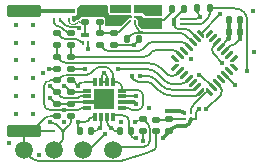
<source format=gbr>
%TF.GenerationSoftware,KiCad,Pcbnew,7.0.1*%
%TF.CreationDate,2024-01-06T01:51:29+00:00*%
%TF.ProjectId,rfid_module,72666964-5f6d-46f6-9475-6c652e6b6963,rev?*%
%TF.SameCoordinates,Original*%
%TF.FileFunction,Copper,L1,Top*%
%TF.FilePolarity,Positive*%
%FSLAX46Y46*%
G04 Gerber Fmt 4.6, Leading zero omitted, Abs format (unit mm)*
G04 Created by KiCad (PCBNEW 7.0.1) date 2024-01-06 01:51:29*
%MOMM*%
%LPD*%
G01*
G04 APERTURE LIST*
G04 Aperture macros list*
%AMRoundRect*
0 Rectangle with rounded corners*
0 $1 Rounding radius*
0 $2 $3 $4 $5 $6 $7 $8 $9 X,Y pos of 4 corners*
0 Add a 4 corners polygon primitive as box body*
4,1,4,$2,$3,$4,$5,$6,$7,$8,$9,$2,$3,0*
0 Add four circle primitives for the rounded corners*
1,1,$1+$1,$2,$3*
1,1,$1+$1,$4,$5*
1,1,$1+$1,$6,$7*
1,1,$1+$1,$8,$9*
0 Add four rect primitives between the rounded corners*
20,1,$1+$1,$2,$3,$4,$5,0*
20,1,$1+$1,$4,$5,$6,$7,0*
20,1,$1+$1,$6,$7,$8,$9,0*
20,1,$1+$1,$8,$9,$2,$3,0*%
%AMFreePoly0*
4,1,14,0.230680,0.111820,0.364320,-0.021821,0.377500,-0.053642,0.377500,-0.080000,0.364320,-0.111820,0.332500,-0.125000,-0.332500,-0.125000,-0.364320,-0.111820,-0.377500,-0.080000,-0.377500,0.080000,-0.364320,0.111820,-0.332500,0.125000,0.198860,0.125000,0.230680,0.111820,0.230680,0.111820,$1*%
%AMFreePoly1*
4,1,14,0.364320,0.111820,0.377500,0.080000,0.377501,0.053640,0.364318,0.021819,0.230680,-0.111820,0.198860,-0.125000,-0.332500,-0.125000,-0.364320,-0.111820,-0.377500,-0.080000,-0.377500,0.080000,-0.364320,0.111820,-0.332500,0.125000,0.332500,0.125000,0.364320,0.111820,0.364320,0.111820,$1*%
%AMFreePoly2*
4,1,15,0.053642,0.377500,0.080000,0.377500,0.111820,0.364320,0.125000,0.332500,0.125000,-0.332500,0.111820,-0.364320,0.080000,-0.377500,-0.080000,-0.377500,-0.111820,-0.364320,-0.125000,-0.332500,-0.125000,0.198860,-0.111820,0.230680,0.021820,0.364320,0.053640,0.377501,0.053642,0.377500,0.053642,0.377500,$1*%
%AMFreePoly3*
4,1,14,-0.021820,0.364320,0.111820,0.230679,0.125000,0.198858,0.125000,-0.332500,0.111820,-0.364320,0.080000,-0.377500,-0.080000,-0.377500,-0.111820,-0.364320,-0.125000,-0.332500,-0.125000,0.332500,-0.111820,0.364320,-0.080000,0.377500,-0.053640,0.377500,-0.021820,0.364320,-0.021820,0.364320,$1*%
%AMFreePoly4*
4,1,14,0.364320,0.111820,0.377500,0.080000,0.377500,-0.080000,0.364320,-0.111820,0.332500,-0.125000,-0.198860,-0.125001,-0.230680,-0.111818,-0.364320,0.021820,-0.377500,0.053640,-0.377500,0.080000,-0.364320,0.111820,-0.332500,0.125000,0.332500,0.125000,0.364320,0.111820,0.364320,0.111820,$1*%
%AMFreePoly5*
4,1,15,-0.198858,0.125000,0.332500,0.125000,0.364320,0.111820,0.377500,0.080000,0.377500,-0.080000,0.364320,-0.111820,0.332500,-0.125000,-0.332500,-0.125000,-0.364320,-0.111820,-0.377500,-0.080000,-0.377500,-0.053640,-0.364321,-0.021819,-0.230680,0.111820,-0.198860,0.125001,-0.198858,0.125000,-0.198858,0.125000,$1*%
%AMFreePoly6*
4,1,14,0.111820,0.364320,0.125000,0.332500,0.125001,-0.198860,0.111818,-0.230680,-0.021820,-0.364320,-0.053640,-0.377500,-0.080000,-0.377500,-0.111820,-0.364320,-0.125000,-0.332500,-0.125000,0.332500,-0.111820,0.364320,-0.080000,0.377500,0.080000,0.377500,0.111820,0.364320,0.111820,0.364320,$1*%
%AMFreePoly7*
4,1,14,0.111820,0.364320,0.125000,0.332500,0.125000,-0.332500,0.111820,-0.364320,0.080000,-0.377500,0.053640,-0.377501,0.021819,-0.364318,-0.111820,-0.230680,-0.125000,-0.198860,-0.125000,0.332500,-0.111820,0.364320,-0.080000,0.377500,0.080000,0.377500,0.111820,0.364320,0.111820,0.364320,$1*%
G04 Aperture macros list end*
%TA.AperFunction,SMDPad,CuDef*%
%ADD10RoundRect,0.135000X0.185000X-0.135000X0.185000X0.135000X-0.185000X0.135000X-0.185000X-0.135000X0*%
%TD*%
%TA.AperFunction,SMDPad,CuDef*%
%ADD11RoundRect,0.062500X-0.062500X-0.137500X0.062500X-0.137500X0.062500X0.137500X-0.062500X0.137500X0*%
%TD*%
%TA.AperFunction,SMDPad,CuDef*%
%ADD12RoundRect,0.100000X-0.250000X0.100000X-0.250000X-0.100000X0.250000X-0.100000X0.250000X0.100000X0*%
%TD*%
%TA.AperFunction,SMDPad,CuDef*%
%ADD13C,1.500000*%
%TD*%
%TA.AperFunction,SMDPad,CuDef*%
%ADD14RoundRect,0.140000X0.170000X-0.140000X0.170000X0.140000X-0.170000X0.140000X-0.170000X-0.140000X0*%
%TD*%
%TA.AperFunction,SMDPad,CuDef*%
%ADD15RoundRect,0.062500X0.137500X-0.062500X0.137500X0.062500X-0.137500X0.062500X-0.137500X-0.062500X0*%
%TD*%
%TA.AperFunction,SMDPad,CuDef*%
%ADD16RoundRect,0.100000X-0.100000X-0.250000X0.100000X-0.250000X0.100000X0.250000X-0.100000X0.250000X0*%
%TD*%
%TA.AperFunction,SMDPad,CuDef*%
%ADD17RoundRect,0.140000X0.140000X0.170000X-0.140000X0.170000X-0.140000X-0.170000X0.140000X-0.170000X0*%
%TD*%
%TA.AperFunction,SMDPad,CuDef*%
%ADD18RoundRect,0.135000X-0.185000X0.135000X-0.185000X-0.135000X0.185000X-0.135000X0.185000X0.135000X0*%
%TD*%
%TA.AperFunction,SMDPad,CuDef*%
%ADD19RoundRect,0.062500X-0.117500X-0.062500X0.117500X-0.062500X0.117500X0.062500X-0.117500X0.062500X0*%
%TD*%
%TA.AperFunction,SMDPad,CuDef*%
%ADD20C,0.250000*%
%TD*%
%TA.AperFunction,SMDPad,CuDef*%
%ADD21R,0.800000X0.600000*%
%TD*%
%TA.AperFunction,SMDPad,CuDef*%
%ADD22C,0.298000*%
%TD*%
%TA.AperFunction,SMDPad,CuDef*%
%ADD23RoundRect,0.135000X0.135000X0.185000X-0.135000X0.185000X-0.135000X-0.185000X0.135000X-0.185000X0*%
%TD*%
%TA.AperFunction,SMDPad,CuDef*%
%ADD24RoundRect,0.135000X-0.135000X-0.185000X0.135000X-0.185000X0.135000X0.185000X-0.135000X0.185000X0*%
%TD*%
%TA.AperFunction,SMDPad,CuDef*%
%ADD25RoundRect,0.100000X-1.300000X0.400000X-1.300000X-0.400000X1.300000X-0.400000X1.300000X0.400000X0*%
%TD*%
%TA.AperFunction,SMDPad,CuDef*%
%ADD26FreePoly0,225.000000*%
%TD*%
%TA.AperFunction,SMDPad,CuDef*%
%ADD27RoundRect,0.062500X0.220971X0.309359X-0.309359X-0.220971X-0.220971X-0.309359X0.309359X0.220971X0*%
%TD*%
%TA.AperFunction,SMDPad,CuDef*%
%ADD28FreePoly1,225.000000*%
%TD*%
%TA.AperFunction,SMDPad,CuDef*%
%ADD29FreePoly2,225.000000*%
%TD*%
%TA.AperFunction,SMDPad,CuDef*%
%ADD30RoundRect,0.062500X-0.220971X0.309359X-0.309359X0.220971X0.220971X-0.309359X0.309359X-0.220971X0*%
%TD*%
%TA.AperFunction,SMDPad,CuDef*%
%ADD31FreePoly3,225.000000*%
%TD*%
%TA.AperFunction,SMDPad,CuDef*%
%ADD32FreePoly4,225.000000*%
%TD*%
%TA.AperFunction,SMDPad,CuDef*%
%ADD33FreePoly5,225.000000*%
%TD*%
%TA.AperFunction,SMDPad,CuDef*%
%ADD34FreePoly6,225.000000*%
%TD*%
%TA.AperFunction,SMDPad,CuDef*%
%ADD35FreePoly7,225.000000*%
%TD*%
%TA.AperFunction,SMDPad,CuDef*%
%ADD36R,0.800000X0.300000*%
%TD*%
%TA.AperFunction,SMDPad,CuDef*%
%ADD37R,0.300000X0.800000*%
%TD*%
%TA.AperFunction,SMDPad,CuDef*%
%ADD38R,1.760000X1.760000*%
%TD*%
%TA.AperFunction,SMDPad,CuDef*%
%ADD39RoundRect,0.140000X-0.140000X-0.170000X0.140000X-0.170000X0.140000X0.170000X-0.140000X0.170000X0*%
%TD*%
%TA.AperFunction,ViaPad*%
%ADD40C,0.400000*%
%TD*%
%TA.AperFunction,Conductor*%
%ADD41C,0.150000*%
%TD*%
%TA.AperFunction,Conductor*%
%ADD42C,0.300000*%
%TD*%
%TA.AperFunction,Conductor*%
%ADD43C,0.090000*%
%TD*%
G04 APERTURE END LIST*
D10*
%TO.P,R209,1*%
%TO.N,/RFID/AMP1_NEG*%
X100200000Y-63210000D03*
%TO.P,R209,2*%
%TO.N,/RFID/AMP1_OUT*%
X100200000Y-62190000D03*
%TD*%
%TO.P,R204,1*%
%TO.N,/RFID/GATE*%
X101400000Y-57210000D03*
%TO.P,R204,2*%
%TO.N,/Boost Converter/VRF*%
X101400000Y-56190000D03*
%TD*%
D11*
%TO.P,Q203,1,G*%
%TO.N,/RFID/OUTN_G*%
X98775000Y-57050000D03*
%TO.P,Q203,2,S*%
%TO.N,GND*%
X99225000Y-57050000D03*
D12*
%TO.P,Q203,3,D*%
%TO.N,/RFID/OUT_SHIFT*%
X99000000Y-56350000D03*
%TD*%
D13*
%TO.P,TP203,1,1*%
%TO.N,/RFID/RF_IN*%
X103700000Y-68100000D03*
%TD*%
D14*
%TO.P,C205,1*%
%TO.N,/RFID/RF*%
X99000000Y-65180000D03*
%TO.P,C205,2*%
%TO.N,GND*%
X99000000Y-64220000D03*
%TD*%
D15*
%TO.P,Q401,1,G*%
%TO.N,IOREF*%
X109600000Y-57450000D03*
%TO.P,Q401,2,S*%
%TO.N,/Pogo Connector/LPUART1_RX_1V8*%
X109600000Y-57000000D03*
D16*
%TO.P,Q401,3,D*%
%TO.N,/Pogo Connector/LPUART1_RX*%
X108900000Y-57225000D03*
%TD*%
D17*
%TO.P,C208,1*%
%TO.N,/RFID/AMP2_OUT*%
X101880000Y-66500000D03*
%TO.P,C208,2*%
%TO.N,/RFID/AMP2_NEG*%
X100920000Y-66500000D03*
%TD*%
D10*
%TO.P,R206,1*%
%TO.N,/RFID/OUT*%
X99000000Y-59210000D03*
%TO.P,R206,2*%
%TO.N,/RFID/OUT_G*%
X99000000Y-58190000D03*
%TD*%
D18*
%TO.P,R503,1*%
%TO.N,/Boost Converter/FB*%
X102600000Y-58190000D03*
%TO.P,R503,2*%
%TO.N,/Boost Converter/FB_OFFSET*%
X102600000Y-59210000D03*
%TD*%
%TO.P,R223,1*%
%TO.N,/RFID/RF_IN*%
X106300000Y-65490000D03*
%TO.P,R223,2*%
%TO.N,GND*%
X106300000Y-66510000D03*
%TD*%
D19*
%TO.P,D201,1,K*%
%TO.N,/RFID/SIGNAL_ENVELOPE*%
X99520000Y-66500000D03*
%TO.P,D201,2,A*%
%TO.N,/RFID/RF*%
X98680000Y-66500000D03*
%TD*%
D12*
%TO.P,Q202,1,D*%
%TO.N,/RFID/OUT_SHIFT*%
X100200000Y-56350000D03*
D11*
%TO.P,Q202,2,G*%
%TO.N,/RFID/GATE*%
X99975000Y-57050000D03*
%TO.P,Q202,3,S*%
%TO.N,/Boost Converter/VRF*%
X100425000Y-57050000D03*
%TD*%
D10*
%TO.P,R202,1*%
%TO.N,/RFID/OUTN*%
X100200000Y-59210000D03*
%TO.P,R202,2*%
%TO.N,/RFID/OUTN_G*%
X100200000Y-58190000D03*
%TD*%
D13*
%TO.P,TP202,1,1*%
%TO.N,/RFID/SIGNAL_ENVELOPE*%
X98700000Y-68100000D03*
%TD*%
D20*
%TO.P,IC501,A1,LX*%
%TO.N,/Boost Converter/LX*%
X105600000Y-56400000D03*
%TO.P,IC501,A2,IN*%
%TO.N,+3V3*%
X105600000Y-56800000D03*
%TO.P,IC501,A3,EN*%
%TO.N,/Boost Converter/EN*%
X105600000Y-57200000D03*
%TO.P,IC501,B1,GND*%
%TO.N,GND*%
X105200000Y-56400000D03*
%TO.P,IC501,B2,OUT*%
%TO.N,/Boost Converter/VRF*%
X105200000Y-56800000D03*
%TO.P,IC501,B3,FB*%
%TO.N,/Boost Converter/FB*%
X105200000Y-57200000D03*
%TD*%
D21*
%TO.P,L501,1*%
%TO.N,+3V3*%
X107400000Y-57200000D03*
%TO.P,L501,2*%
%TO.N,/Boost Converter/LX*%
X107400000Y-56400000D03*
%TD*%
D10*
%TO.P,R205,1*%
%TO.N,/RFID/AMP1_IN*%
X99000000Y-63210000D03*
%TO.P,R205,2*%
%TO.N,+1V65*%
X99000000Y-62190000D03*
%TD*%
D14*
%TO.P,C502,1*%
%TO.N,/Boost Converter/VRF*%
X103800000Y-57180000D03*
%TO.P,C502,2*%
%TO.N,GND*%
X103800000Y-56220000D03*
%TD*%
D10*
%TO.P,R219,1*%
%TO.N,GND*%
X108500000Y-66510000D03*
%TO.P,R219,2*%
%TO.N,/RFID/CARRIER_RAW*%
X108500000Y-65490000D03*
%TD*%
D13*
%TO.P,TP201,1,1*%
%TO.N,/RFID/RF*%
X96200000Y-68100000D03*
%TD*%
D22*
%TO.P,IC202,A1,VCC*%
%TO.N,+3V3*%
X109800000Y-64950000D03*
%TO.P,IC202,A2,OUT*%
%TO.N,/RFID/CARRIER*%
X110300000Y-64950000D03*
%TO.P,IC202,A3,VEE*%
%TO.N,GND*%
X110800000Y-64950000D03*
%TO.P,IC202,B1,IN+*%
%TO.N,/RFID/CARRIER_RAW*%
X109800000Y-65450000D03*
%TO.P,IC202,B2,REF(VEE)*%
%TO.N,GND*%
X110300000Y-65450000D03*
%TO.P,IC202,B3,IN-*%
X110800000Y-65450000D03*
%TD*%
D23*
%TO.P,R402,1*%
%TO.N,IOREF*%
X111910000Y-56100000D03*
%TO.P,R402,2*%
%TO.N,/Pogo Connector/LPUART1_RX_1V8*%
X110890000Y-56100000D03*
%TD*%
D18*
%TO.P,R502,1*%
%TO.N,/Boost Converter/FB*%
X103800000Y-58190000D03*
%TO.P,R502,2*%
%TO.N,GND*%
X103800000Y-59210000D03*
%TD*%
D14*
%TO.P,C207,1*%
%TO.N,/RFID/SIGNAL_ENVELOPE*%
X100200000Y-65180000D03*
%TO.P,C207,2*%
%TO.N,GND*%
X100200000Y-64220000D03*
%TD*%
D18*
%TO.P,R501,1*%
%TO.N,/Boost Converter/VRF*%
X102600000Y-56190000D03*
%TO.P,R501,2*%
%TO.N,/Boost Converter/FB*%
X102600000Y-57210000D03*
%TD*%
D11*
%TO.P,Q201,1,G*%
%TO.N,/RFID/OUT_G*%
X101175000Y-59050000D03*
%TO.P,Q201,2,S*%
%TO.N,GND*%
X101625000Y-59050000D03*
D12*
%TO.P,Q201,3,D*%
%TO.N,/RFID/GATE*%
X101400000Y-58350000D03*
%TD*%
D24*
%TO.P,R504,1*%
%TO.N,/Boost Converter/EN*%
X104890000Y-58700000D03*
%TO.P,R504,2*%
%TO.N,GND*%
X105910000Y-58700000D03*
%TD*%
D25*
%TO.P,L201,1*%
%TO.N,/RFID/OUT_SHIFT*%
X96200000Y-56300000D03*
%TO.P,L201,2*%
%TO.N,/RFID/RF*%
X96200000Y-66500000D03*
%TD*%
D26*
%TO.P,U301,1,PC14*%
%TO.N,unconnected-(U301-PC14-Pad1)*%
X113973106Y-60348214D03*
D27*
%TO.P,U301,2,PC15*%
%TO.N,unconnected-(U301-PC15-Pad2)*%
X113577126Y-60037087D03*
%TO.P,U301,3,VDD*%
%TO.N,+3V3*%
X113223573Y-59683534D03*
%TO.P,U301,4,VSS*%
%TO.N,GND*%
X112870019Y-59329981D03*
%TO.P,U301,5,PF2*%
%TO.N,/Pogo Connector/NRST*%
X112516466Y-58976427D03*
%TO.P,U301,6,PA0*%
%TO.N,unconnected-(U301-PA0-Pad6)*%
X112162913Y-58622874D03*
D28*
%TO.P,U301,7,PA1*%
%TO.N,unconnected-(U301-PA1-Pad7)*%
X111851786Y-58226894D03*
D29*
%TO.P,U301,8,PA2*%
%TO.N,/Pogo Connector/LPUART1_TX*%
X111148214Y-58226894D03*
D30*
%TO.P,U301,9,PA3*%
%TO.N,/Pogo Connector/LPUART1_RX*%
X110837087Y-58622874D03*
%TO.P,U301,10,PA4*%
%TO.N,/Boost Converter/EN*%
X110483534Y-58976427D03*
%TO.P,U301,11,PA5*%
%TO.N,/Boost Converter/FB_OFFSET*%
X110129981Y-59329981D03*
%TO.P,U301,12,PA6*%
%TO.N,unconnected-(U301-PA6-Pad12)*%
X109776427Y-59683534D03*
%TO.P,U301,13,PA7*%
%TO.N,/RFID/OUTN*%
X109422874Y-60037087D03*
D31*
%TO.P,U301,14,PB0*%
%TO.N,unconnected-(U301-PB0-Pad14)*%
X109026894Y-60348214D03*
D32*
%TO.P,U301,15,PB1*%
%TO.N,unconnected-(U301-PB1-Pad15)*%
X109026894Y-61051786D03*
D27*
%TO.P,U301,16,PA8*%
%TO.N,/RFID/OUT*%
X109422874Y-61362913D03*
%TO.P,U301,17,PC6*%
%TO.N,unconnected-(U301-PC6-Pad17)*%
X109776427Y-61716466D03*
%TO.P,U301,18,PA11/PA9*%
%TO.N,/RFID/SHDN*%
X110129981Y-62070019D03*
%TO.P,U301,19,PA12/PA10*%
%TO.N,unconnected-(U301-PA12{slash}PA10-Pad19)*%
X110483534Y-62423573D03*
%TO.P,U301,20,PA13*%
%TO.N,/Pogo Connector/SWDIO*%
X110837087Y-62777126D03*
D33*
%TO.P,U301,21,PA14*%
%TO.N,/Pogo Connector/SWCLK*%
X111148214Y-63173106D03*
D34*
%TO.P,U301,22,PA15*%
%TO.N,/RFID/CARRIER*%
X111851786Y-63173106D03*
D30*
%TO.P,U301,23,PB3*%
%TO.N,/Pogo Connector/IRQN*%
X112162913Y-62777126D03*
%TO.P,U301,24,PB4*%
%TO.N,/RFID/RF_IN*%
X112516466Y-62423573D03*
%TO.P,U301,25,PB5*%
%TO.N,unconnected-(U301-PB5-Pad25)*%
X112870019Y-62070019D03*
%TO.P,U301,26,PB6*%
%TO.N,/RFID/PULL*%
X113223573Y-61716466D03*
%TO.P,U301,27,PB7*%
%TO.N,unconnected-(U301-PB7-Pad27)*%
X113577126Y-61362913D03*
D35*
%TO.P,U301,28,PB8*%
%TO.N,unconnected-(U301-PB8-Pad28)*%
X113973106Y-61051786D03*
%TD*%
D14*
%TO.P,C209,1*%
%TO.N,/RFID/RF*%
X107400000Y-66480000D03*
%TO.P,C209,2*%
%TO.N,/RFID/CARRIER_RAW*%
X107400000Y-65520000D03*
%TD*%
D10*
%TO.P,R201,1*%
%TO.N,GND*%
X100200000Y-61210000D03*
%TO.P,R201,2*%
%TO.N,/RFID/OUTN*%
X100200000Y-60190000D03*
%TD*%
D17*
%TO.P,C301,1*%
%TO.N,+3V3*%
X114480000Y-57100000D03*
%TO.P,C301,2*%
%TO.N,GND*%
X113520000Y-57100000D03*
%TD*%
D18*
%TO.P,R207,1*%
%TO.N,/RFID/OUT*%
X99000000Y-60190000D03*
%TO.P,R207,2*%
%TO.N,+3V3*%
X99000000Y-61210000D03*
%TD*%
D13*
%TO.P,TP101,1,1*%
%TO.N,GND*%
X101200000Y-68100000D03*
%TD*%
D24*
%TO.P,R401,1*%
%TO.N,+3V3*%
X108740000Y-56125000D03*
%TO.P,R401,2*%
%TO.N,/Pogo Connector/LPUART1_RX*%
X109760000Y-56125000D03*
%TD*%
D17*
%TO.P,C302,1*%
%TO.N,+3V3*%
X114480000Y-58100000D03*
%TO.P,C302,2*%
%TO.N,GND*%
X113520000Y-58100000D03*
%TD*%
D36*
%TO.P,IC201,1,IN1+*%
%TO.N,+1V65*%
X104500000Y-64550000D03*
%TO.P,IC201,2,V+*%
%TO.N,+3V3*%
X104500000Y-64050000D03*
%TO.P,IC201,3,IN2+*%
%TO.N,/RFID/1V65_UNREG*%
X104500000Y-63550000D03*
%TO.P,IC201,4,IN2-*%
%TO.N,+1V65*%
X104500000Y-63050000D03*
D37*
%TO.P,IC201,5,OUT2*%
X103750000Y-62300000D03*
%TO.P,IC201,6,~{SHDN12}*%
%TO.N,/RFID/SHDN*%
X103250000Y-62300000D03*
%TO.P,IC201,7,~{SHDN34}*%
X102750000Y-62300000D03*
%TO.P,IC201,8,OUT3*%
%TO.N,/RFID/AMP1_OUT*%
X102250000Y-62300000D03*
D36*
%TO.P,IC201,9,IN3-*%
%TO.N,/RFID/AMP1_NEG*%
X101500000Y-63050000D03*
%TO.P,IC201,10,IN3+*%
%TO.N,/RFID/AMP1_IN*%
X101500000Y-63550000D03*
%TO.P,IC201,11,V-*%
%TO.N,GND*%
X101500000Y-64050000D03*
%TO.P,IC201,12,IN4+*%
%TO.N,+1V65*%
X101500000Y-64550000D03*
D37*
%TO.P,IC201,13,IN4-*%
%TO.N,/RFID/AMP2_NEG*%
X102250000Y-65300000D03*
%TO.P,IC201,14,OUT4*%
%TO.N,/RFID/AMP2_OUT*%
X102750000Y-65300000D03*
%TO.P,IC201,15,OUT1*%
%TO.N,/RFID/AMP3_OUT*%
X103250000Y-65300000D03*
%TO.P,IC201,16,IN1-*%
%TO.N,/RFID/AMP3_NEG*%
X103750000Y-65300000D03*
D38*
%TO.P,IC201,17,EP*%
%TO.N,GND*%
X103000000Y-63800000D03*
%TD*%
D39*
%TO.P,C212,1*%
%TO.N,/RFID/AMP3_OUT*%
X104320000Y-66500000D03*
%TO.P,C212,2*%
%TO.N,/RFID/AMP3_NEG*%
X105280000Y-66500000D03*
%TD*%
D40*
%TO.N,GND*%
X111000000Y-64590000D03*
%TO.N,/RFID/RF_IN*%
X111625000Y-64625000D03*
%TO.N,GND*%
X108000000Y-67050000D03*
X113500000Y-58700000D03*
X95500000Y-63500000D03*
X97000000Y-57500000D03*
X115600000Y-56300000D03*
X104600000Y-56150000D03*
X97000000Y-60500000D03*
X97800000Y-61600000D03*
X97000000Y-65000000D03*
X99600000Y-65700000D03*
X94900000Y-67500000D03*
X95500000Y-57500000D03*
X95500000Y-59000000D03*
X98400000Y-63700000D03*
X106800000Y-64500000D03*
X105500000Y-59200000D03*
X115700000Y-59800000D03*
X104400000Y-65700000D03*
X97500000Y-68500000D03*
X101400000Y-61210000D03*
X95500000Y-65000000D03*
X95500000Y-60500000D03*
X97000000Y-62000000D03*
X106300000Y-67300000D03*
X103200000Y-63700000D03*
X101625000Y-59525000D03*
X97000000Y-63500000D03*
X103100000Y-66700000D03*
X95500000Y-62000000D03*
X97000000Y-59000000D03*
X110300000Y-60400000D03*
X100890000Y-57790000D03*
%TO.N,/RFID/AMP1_IN*%
X98400000Y-62700000D03*
%TO.N,+3V3*%
X98300000Y-61200000D03*
X114480000Y-58700000D03*
X106100000Y-57000000D03*
X108300000Y-64800000D03*
X105700000Y-64200000D03*
%TO.N,/RFID/1V65_UNREG*%
X105700000Y-63500000D03*
%TO.N,/RFID/SIGNAL_ENVELOPE*%
X98400000Y-65750000D03*
%TO.N,/RFID/AMP2_OUT*%
X102600000Y-66200000D03*
%TO.N,/RFID/AMP2_NEG*%
X100800000Y-65700000D03*
%TO.N,/RFID/AMP3_OUT*%
X103600000Y-66200000D03*
%TO.N,/RFID/AMP3_NEG*%
X105700000Y-67100000D03*
%TO.N,/RFID/RF_IN*%
X105600000Y-65700000D03*
%TO.N,+1V65*%
X99600000Y-64700000D03*
%TO.N,/RFID/SHDN*%
X103000000Y-61550000D03*
X104200000Y-61200000D03*
%TO.N,/RFID/AMP1_OUT*%
X100762250Y-62637750D03*
%TO.N,/RFID/AMP1_NEG*%
X99600000Y-62700000D03*
%TO.N,/Pogo Connector/SWDIO*%
X106000000Y-61800000D03*
%TO.N,/Pogo Connector/SWCLK*%
X105350000Y-61800000D03*
%TO.N,/Pogo Connector/LPUART1_TX*%
X112775108Y-56600000D03*
%TO.N,/RFID/PULL*%
X114102543Y-62595436D03*
%TO.N,/Pogo Connector/IRQN*%
X111000000Y-61700000D03*
%TO.N,/Pogo Connector/NRST*%
X113000000Y-60700000D03*
%TO.N,IOREF*%
X115100000Y-61400000D03*
%TO.N,/Pogo Connector/LPUART1_RX_1V8*%
X111100000Y-56800000D03*
%TD*%
D41*
%TO.N,GND*%
X110887886Y-64702150D02*
G75*
G03*
X110800000Y-64914264I212114J-212150D01*
G01*
D42*
%TO.N,+3V3*%
X109799980Y-64950020D02*
G75*
G03*
X109437821Y-64800000I-362180J-362180D01*
G01*
D41*
%TO.N,/RFID/CARRIER*%
X110592891Y-64207137D02*
G75*
G03*
X110300000Y-64914214I707009J-707063D01*
G01*
%TO.N,GND*%
X110887868Y-64702132D02*
X111000000Y-64590000D01*
X110800000Y-64950000D02*
X110800000Y-64914264D01*
%TO.N,/RFID/RF_IN*%
X112817892Y-62724999D02*
X112516466Y-62423573D01*
X112863013Y-63384471D02*
G75*
G03*
X112817892Y-62724999I-403513J303671D01*
G01*
X111625000Y-64622417D02*
X112862975Y-63384442D01*
X111625000Y-64625000D02*
X111625000Y-64622417D01*
%TO.N,/RFID/CARRIER*%
X111626894Y-63173106D02*
X111851786Y-63173106D01*
X110592877Y-64207123D02*
X111626894Y-63173106D01*
X110300000Y-64950000D02*
X110300000Y-64914214D01*
D42*
%TO.N,GND*%
X108500000Y-66550000D02*
X108000000Y-67050000D01*
X108500000Y-66510000D02*
X108500000Y-66550000D01*
X109167107Y-66050005D02*
G75*
G03*
X108813554Y-66196446I-7J-499995D01*
G01*
X109712139Y-66047861D02*
X109865545Y-66047861D01*
X109167107Y-66050000D02*
X109710000Y-66050000D01*
X108500000Y-66510000D02*
X108813554Y-66196446D01*
X109865540Y-66047827D02*
G75*
G03*
X110300000Y-65548329I-69940J499527D01*
G01*
X109710000Y-66050000D02*
X109712139Y-66047861D01*
X110300000Y-65548329D02*
X110300000Y-65450000D01*
D41*
X113520000Y-58680000D02*
X113500000Y-58700000D01*
D42*
X101500000Y-64050000D02*
X102750000Y-64050000D01*
D41*
X105900000Y-58800000D02*
X105500000Y-59200000D01*
X101500000Y-64050000D02*
X100370000Y-64050000D01*
X101625000Y-59525000D02*
X101625000Y-59050000D01*
X110800000Y-64950000D02*
X110800000Y-65450000D01*
X100900000Y-57770000D02*
X100830000Y-57700000D01*
X103100000Y-66700000D02*
X101846446Y-67953554D01*
X101492893Y-68100000D02*
X101200000Y-68100000D01*
X98400000Y-63700000D02*
X98920000Y-64220000D01*
D42*
X113520000Y-58100000D02*
X113520000Y-58680000D01*
D41*
X99000000Y-64220000D02*
X100200000Y-64220000D01*
X98920000Y-64220000D02*
X99000000Y-64220000D01*
X105500000Y-59200000D02*
X105490000Y-59210000D01*
X112870019Y-59329981D02*
X113500000Y-58700000D01*
X100830000Y-57700000D02*
X100183416Y-57700000D01*
D42*
X102750000Y-64050000D02*
X103000000Y-63800000D01*
D41*
X105490000Y-59210000D02*
X103800000Y-59210000D01*
X100370000Y-64050000D02*
X100200000Y-64220000D01*
X99656917Y-57481917D02*
X99225000Y-57050000D01*
X101400000Y-61210000D02*
X100200000Y-61210000D01*
D42*
X113520000Y-57100000D02*
X113520000Y-58100000D01*
D41*
X110300000Y-65450000D02*
X110800000Y-65450000D01*
X105900000Y-58700000D02*
X105900000Y-58800000D01*
X106300000Y-66510000D02*
X106300000Y-67300000D01*
X101492893Y-68099995D02*
G75*
G03*
X101846446Y-67953554I7J499995D01*
G01*
X99656905Y-57481929D02*
G75*
G03*
X100183416Y-57700000I526495J526529D01*
G01*
%TO.N,/RFID/AMP1_IN*%
X100957843Y-63550000D02*
X101500000Y-63550000D01*
X99000000Y-63210000D02*
X99343554Y-63553554D01*
X99000000Y-63210000D02*
X98910000Y-63210000D01*
X98910000Y-63210000D02*
X98400000Y-62700000D01*
X99697107Y-63700000D02*
X100642157Y-63700000D01*
X100783579Y-63641421D02*
X100816422Y-63608578D01*
X99343551Y-63553557D02*
G75*
G03*
X99697107Y-63700000I353549J353557D01*
G01*
X100957843Y-63550031D02*
G75*
G03*
X100816423Y-63608579I-43J-199969D01*
G01*
X100642157Y-63699969D02*
G75*
G03*
X100783578Y-63641420I43J199969D01*
G01*
%TO.N,+3V3*%
X107692893Y-57200000D02*
X107400000Y-57200000D01*
X114480000Y-58700000D02*
X114067868Y-59112132D01*
X108740000Y-56360000D02*
X108046446Y-57053554D01*
X98310000Y-61210000D02*
X98300000Y-61200000D01*
X113619239Y-59287868D02*
X113223573Y-59683534D01*
D42*
X114480000Y-57100000D02*
X114480000Y-58100000D01*
X114480000Y-58700000D02*
X114480000Y-58100000D01*
D41*
X99000000Y-61210000D02*
X98310000Y-61210000D01*
D42*
X104500000Y-64050000D02*
X105550000Y-64050000D01*
X109437821Y-64800000D02*
X108300000Y-64800000D01*
D41*
X113855736Y-59200000D02*
X113831371Y-59200000D01*
D42*
X105550000Y-64050000D02*
X105700000Y-64200000D01*
D41*
X108740000Y-56125000D02*
X108740000Y-56360000D01*
X113855736Y-59200025D02*
G75*
G03*
X114067868Y-59112132I-36J300025D01*
G01*
X107692893Y-57199995D02*
G75*
G03*
X108046446Y-57053554I7J499995D01*
G01*
X113831371Y-59199980D02*
G75*
G03*
X113619239Y-59287868I29J-300020D01*
G01*
%TO.N,/RFID/1V65_UNREG*%
X105650000Y-63550000D02*
X104500000Y-63550000D01*
X105700000Y-63500000D02*
X105650000Y-63550000D01*
%TO.N,/RFID/RF*%
X96832172Y-68732172D02*
X96200000Y-68100000D01*
X106590970Y-68307899D02*
X106252345Y-68440376D01*
X107207770Y-68046237D02*
X106926737Y-68168959D01*
X107312132Y-67971152D02*
X107299845Y-67983439D01*
X104384935Y-69025065D02*
X97539279Y-69025065D01*
X105732783Y-68622618D02*
X104390000Y-69020000D01*
X106141809Y-68481156D02*
X105732783Y-68622618D01*
X106252345Y-68440376D02*
X106141809Y-68481156D01*
X99000000Y-65180000D02*
X98427107Y-65180000D01*
X107400000Y-66480000D02*
X107400000Y-67759020D01*
X96200000Y-68100000D02*
X96200000Y-66500000D01*
X106926737Y-68168959D02*
X106590970Y-68307899D01*
X96900000Y-66500000D02*
X96200000Y-66500000D01*
X98680000Y-66500000D02*
X96200000Y-66500000D01*
X98073553Y-65326447D02*
X96900000Y-66500000D01*
X107207771Y-68046239D02*
G75*
G03*
X107299845Y-67983439I-120071J274939D01*
G01*
X98427107Y-65180005D02*
G75*
G03*
X98073553Y-65326447I-7J-499995D01*
G01*
X107312122Y-67971142D02*
G75*
G03*
X107400000Y-67759020I-212122J212142D01*
G01*
X96832190Y-68732154D02*
G75*
G03*
X97539279Y-69025065I707110J707054D01*
G01*
%TO.N,/RFID/SIGNAL_ENVELOPE*%
X99520000Y-67072893D02*
X99520000Y-66500000D01*
X99520000Y-66500000D02*
X100053554Y-65966446D01*
X99520000Y-66500000D02*
X98916446Y-65896446D01*
X98562893Y-65750000D02*
X98400000Y-65750000D01*
X100200000Y-65612893D02*
X100200000Y-65180000D01*
X98700000Y-68100000D02*
X99373554Y-67426446D01*
X100053557Y-65966449D02*
G75*
G03*
X100200000Y-65612893I-353557J353549D01*
G01*
X98916449Y-65896443D02*
G75*
G03*
X98562893Y-65750000I-353549J-353557D01*
G01*
X99373557Y-67426449D02*
G75*
G03*
X99520000Y-67072893I-353557J353549D01*
G01*
%TO.N,/RFID/AMP2_OUT*%
X102175736Y-66500000D02*
X101880000Y-66500000D01*
X102600000Y-66200000D02*
X102662132Y-66137868D01*
X102600000Y-66200000D02*
X102387868Y-66412132D01*
X102750000Y-65925736D02*
X102750000Y-65300000D01*
X102175736Y-66500025D02*
G75*
G03*
X102387868Y-66412132I-36J300025D01*
G01*
X102662114Y-66137850D02*
G75*
G03*
X102750000Y-65925736I-212114J212150D01*
G01*
%TO.N,/RFID/AMP2_NEG*%
X100800000Y-65700000D02*
X100800000Y-66380000D01*
X100800000Y-65700000D02*
X101375736Y-65700000D01*
X101587868Y-65612132D02*
X101812132Y-65387868D01*
X100800000Y-66380000D02*
X100920000Y-66500000D01*
X102024264Y-65300000D02*
X102250000Y-65300000D01*
X102024264Y-65299975D02*
G75*
G03*
X101812132Y-65387868I36J-300025D01*
G01*
X101375736Y-65700025D02*
G75*
G03*
X101587868Y-65612132I-36J300025D01*
G01*
%TO.N,/RFID/CARRIER_RAW*%
X108540000Y-65450000D02*
X108470000Y-65520000D01*
X109800000Y-65450000D02*
X108540000Y-65450000D01*
X108470000Y-65520000D02*
X107400000Y-65520000D01*
%TO.N,/RFID/AMP3_OUT*%
X104220000Y-66500000D02*
X104024264Y-66500000D01*
X103600000Y-66200000D02*
X103337868Y-65937868D01*
X103250000Y-65725736D02*
X103250000Y-65300000D01*
X103812132Y-66412132D02*
X103600000Y-66200000D01*
X103249975Y-65725736D02*
G75*
G03*
X103337868Y-65937868I300025J36D01*
G01*
X103812150Y-66412114D02*
G75*
G03*
X104024264Y-66500000I212150J212114D01*
G01*
%TO.N,/RFID/AMP3_NEG*%
X105280000Y-66500000D02*
X105280000Y-66800000D01*
X104600000Y-65150000D02*
X103900000Y-65150000D01*
X105280000Y-66500000D02*
X105100000Y-66320000D01*
X103900000Y-65150000D02*
X103750000Y-65300000D01*
X105100000Y-66320000D02*
X105100000Y-65650000D01*
X105580000Y-67100000D02*
X105700000Y-67100000D01*
X105100000Y-65650000D02*
G75*
G03*
X104600000Y-65150000I-500000J0D01*
G01*
X105280000Y-66800000D02*
G75*
G03*
X105580000Y-67100000I300000J0D01*
G01*
%TO.N,/RFID/RF_IN*%
X103700000Y-68200000D02*
X104100000Y-67800000D01*
X106850000Y-67300000D02*
X106850000Y-66247107D01*
X104100000Y-67800000D02*
X106350000Y-67800000D01*
X106106982Y-65490000D02*
X106300000Y-65490000D01*
X106703553Y-65893553D02*
X106300000Y-65490000D01*
X106350000Y-67800000D02*
G75*
G03*
X106850000Y-67300000I0J500000D01*
G01*
X106849995Y-66247107D02*
G75*
G03*
X106703553Y-65893553I-499995J7D01*
G01*
X106106982Y-65489994D02*
G75*
G03*
X105600000Y-65700000I18J-717006D01*
G01*
%TO.N,+1V65*%
X102607107Y-61050000D02*
X103092893Y-61050000D01*
X103750000Y-61707107D02*
X103750000Y-62300000D01*
X103446447Y-61196447D02*
X103603554Y-61353554D01*
X105382843Y-64700000D02*
X105800000Y-64700000D01*
X101500000Y-64550000D02*
X101032843Y-64550000D01*
X106300000Y-64200000D02*
X106300000Y-63500000D01*
X99110000Y-62190000D02*
X99453554Y-61846446D01*
X97900000Y-64200000D02*
X97900000Y-62690000D01*
X104550000Y-63000000D02*
X104500000Y-63050000D01*
X99600000Y-64700000D02*
X100717157Y-64700000D01*
X104000000Y-62300000D02*
X103750000Y-62300000D01*
X99000000Y-62190000D02*
X99110000Y-62190000D01*
X104500000Y-64550000D02*
X105067157Y-64550000D01*
X101896447Y-61553553D02*
X102253554Y-61196446D01*
X98400000Y-62190000D02*
X99000000Y-62190000D01*
X100891421Y-64608579D02*
X100858578Y-64641422D01*
X105800000Y-63000000D02*
X104550000Y-63000000D01*
X105208579Y-64608579D02*
X105241422Y-64641422D01*
X104500000Y-63050000D02*
X104500000Y-62800000D01*
X99807107Y-61700000D02*
X101542893Y-61700000D01*
X99600000Y-64700000D02*
X98400000Y-64700000D01*
X103749995Y-61707107D02*
G75*
G03*
X103603554Y-61353554I-499995J7D01*
G01*
X105800000Y-64700000D02*
G75*
G03*
X106300000Y-64200000I0J500000D01*
G01*
X97900000Y-64200000D02*
G75*
G03*
X98400000Y-64700000I500000J0D01*
G01*
X105208600Y-64608558D02*
G75*
G03*
X105067157Y-64550000I-141400J-141442D01*
G01*
X100717157Y-64699969D02*
G75*
G03*
X100858577Y-64641421I43J199969D01*
G01*
X101032843Y-64550031D02*
G75*
G03*
X100891422Y-64608580I-43J-199969D01*
G01*
X102607107Y-61050005D02*
G75*
G03*
X102253554Y-61196446I-7J-499995D01*
G01*
X101542893Y-61699995D02*
G75*
G03*
X101896447Y-61553553I7J499995D01*
G01*
X99807107Y-61700005D02*
G75*
G03*
X99453554Y-61846446I-7J-499995D01*
G01*
X105241401Y-64641443D02*
G75*
G03*
X105382843Y-64700000I141399J141443D01*
G01*
X106300000Y-63500000D02*
G75*
G03*
X105800000Y-63000000I-500000J0D01*
G01*
X104500000Y-62800000D02*
G75*
G03*
X104000000Y-62300000I-500000J0D01*
G01*
X103446450Y-61196444D02*
G75*
G03*
X103092893Y-61050000I-353550J-353556D01*
G01*
X98400000Y-62190000D02*
G75*
G03*
X97900000Y-62690000I0J-500000D01*
G01*
%TO.N,/RFID/SHDN*%
X103000000Y-61550000D02*
X103103554Y-61653554D01*
X106478680Y-61200000D02*
X104200000Y-61200000D01*
X109492893Y-62500000D02*
X108814214Y-62500000D01*
X110129981Y-62070019D02*
X109846446Y-62353554D01*
X108107107Y-62207107D02*
X107539340Y-61639340D01*
X102896447Y-61653553D02*
X103000000Y-61550000D01*
X103250000Y-62007107D02*
X103250000Y-62300000D01*
X102750000Y-62300000D02*
X102750000Y-62007107D01*
X102750000Y-62300000D02*
X103250000Y-62300000D01*
X109492893Y-62499995D02*
G75*
G03*
X109846446Y-62353554I7J499995D01*
G01*
X107539350Y-61639330D02*
G75*
G03*
X106478680Y-61200000I-1060650J-1060670D01*
G01*
X108107100Y-62207114D02*
G75*
G03*
X108814214Y-62500000I707100J707114D01*
G01*
X103249995Y-62007107D02*
G75*
G03*
X103103554Y-61653554I-499995J7D01*
G01*
X102896444Y-61653550D02*
G75*
G03*
X102750000Y-62007107I353556J-353550D01*
G01*
%TO.N,/RFID/AMP1_OUT*%
X100762250Y-62637750D02*
X100314500Y-62190000D01*
X100762250Y-62637750D02*
X100953554Y-62446446D01*
X101307107Y-62300000D02*
X102250000Y-62300000D01*
X100314500Y-62190000D02*
X100200000Y-62190000D01*
X101307107Y-62300005D02*
G75*
G03*
X100953554Y-62446446I-7J-499995D01*
G01*
%TO.N,/RFID/AMP1_NEG*%
X101400000Y-63150000D02*
X100260000Y-63150000D01*
X101500000Y-63050000D02*
X101400000Y-63150000D01*
X99690000Y-62700000D02*
X100200000Y-63210000D01*
X100260000Y-63150000D02*
X100200000Y-63210000D01*
X99600000Y-62700000D02*
X99690000Y-62700000D01*
D42*
%TO.N,/RFID/OUT_SHIFT*%
X99000000Y-56350000D02*
X96250000Y-56350000D01*
X100200000Y-56350000D02*
X99000000Y-56350000D01*
X96250000Y-56350000D02*
X96200000Y-56300000D01*
D41*
%TO.N,/RFID/OUT_G*%
X99363553Y-58553553D02*
X99000000Y-58190000D01*
X101175000Y-59050000D02*
X100971446Y-58846446D01*
X100617893Y-58700000D02*
X99717107Y-58700000D01*
X99363550Y-58553556D02*
G75*
G03*
X99717107Y-58700000I353550J353556D01*
G01*
X100971449Y-58846443D02*
G75*
G03*
X100617893Y-58700000I-353549J-353557D01*
G01*
%TO.N,/Pogo Connector/SWDIO*%
X106000000Y-61800000D02*
X106585786Y-61800000D01*
X107292893Y-62092893D02*
X107760660Y-62560660D01*
X108821320Y-63000000D02*
X110489949Y-63000000D01*
X110702081Y-62912132D02*
X110837087Y-62777126D01*
X107292900Y-62092886D02*
G75*
G03*
X106585786Y-61800000I-707100J-707114D01*
G01*
X110489949Y-63000034D02*
G75*
G03*
X110702081Y-62912132I-49J300034D01*
G01*
X107760650Y-62560670D02*
G75*
G03*
X108821320Y-63000000I1060650J1060670D01*
G01*
%TO.N,/Pogo Connector/SWCLK*%
X106614466Y-62300000D02*
X106612869Y-62298403D01*
X107435786Y-62914213D02*
X106968019Y-62446446D01*
X110756397Y-63498320D02*
X108851680Y-63498320D01*
X111148214Y-63173106D02*
X110909188Y-63412132D01*
X108851680Y-63498320D02*
X108850000Y-63500000D01*
X105553553Y-62153553D02*
X105350000Y-61950000D01*
X106612869Y-62298403D02*
X105841491Y-62298403D01*
X105350000Y-61950000D02*
X105350000Y-61800000D01*
X105553541Y-62153565D02*
G75*
G03*
X105841491Y-62298402I369359J375665D01*
G01*
X110756394Y-63498311D02*
G75*
G03*
X110909187Y-63412131I-93894J345011D01*
G01*
X107435786Y-62914213D02*
G75*
G03*
X108850000Y-63500000I1414214J1414213D01*
G01*
X106968036Y-62446429D02*
G75*
G03*
X106614466Y-62300000I-353536J-353571D01*
G01*
%TO.N,/Pogo Connector/LPUART1_TX*%
X112775108Y-56600000D02*
X111148214Y-58226894D01*
%TO.N,/RFID/OUT*%
X99717107Y-60700000D02*
X106571573Y-60700000D01*
X99000000Y-60190000D02*
X99363554Y-60553554D01*
X109096448Y-61689339D02*
X109422874Y-61362913D01*
X107985786Y-61285785D02*
X108389341Y-61689340D01*
X99000000Y-59210000D02*
X99000000Y-60190000D01*
X99363551Y-60553557D02*
G75*
G03*
X99717107Y-60700000I353549J353557D01*
G01*
X107985799Y-61285772D02*
G75*
G03*
X106571573Y-60700000I-1414199J-1414228D01*
G01*
X108389347Y-61689334D02*
G75*
G03*
X109096448Y-61689339I353553J353534D01*
G01*
%TO.N,/RFID/PULL*%
X114102543Y-62595436D02*
X113223573Y-61716466D01*
D43*
%TO.N,/RFID/GATE*%
X100653579Y-57366421D02*
X100751422Y-57268578D01*
X99975000Y-57050000D02*
X99975000Y-57192157D01*
X100892843Y-57210000D02*
X101400000Y-57210000D01*
X100207843Y-57425000D02*
X100512157Y-57425000D01*
D41*
X101400000Y-58350000D02*
X101400000Y-57210000D01*
D43*
X100033579Y-57333579D02*
X100066422Y-57366422D01*
X99975031Y-57192157D02*
G75*
G03*
X100033580Y-57333578I199969J-43D01*
G01*
X100892843Y-57210031D02*
G75*
G03*
X100751423Y-57268579I-43J-199969D01*
G01*
X100512157Y-57424969D02*
G75*
G03*
X100653578Y-57366420I43J199969D01*
G01*
X100066401Y-57366443D02*
G75*
G03*
X100207843Y-57425000I141399J141443D01*
G01*
D41*
%TO.N,/RFID/OUTN_G*%
X100200000Y-58190000D02*
X99890000Y-58190000D01*
X99890000Y-58190000D02*
X99459080Y-57759080D01*
X98775000Y-57300000D02*
X98775000Y-57050000D01*
X99459060Y-57759100D02*
G75*
G03*
X99075000Y-57600000I-384060J-384000D01*
G01*
X98775000Y-57300000D02*
G75*
G03*
X99075000Y-57600000I300000J0D01*
G01*
%TO.N,/Pogo Connector/LPUART1_RX*%
X109807106Y-57800000D02*
X109200000Y-57800000D01*
X109760000Y-56125000D02*
X108900000Y-56985000D01*
X110837087Y-58622874D02*
X110160659Y-57946446D01*
X108900000Y-56985000D02*
X108900000Y-57225000D01*
X108900000Y-57500000D02*
X108900000Y-57225000D01*
X108900000Y-57500000D02*
G75*
G03*
X109200000Y-57800000I300000J0D01*
G01*
X110160656Y-57946449D02*
G75*
G03*
X109807106Y-57800000I-353556J-353551D01*
G01*
%TO.N,/RFID/OUTN*%
X109132234Y-59746447D02*
X109422874Y-60037087D01*
X100200000Y-60190000D02*
X106402893Y-60190000D01*
X100200000Y-60190000D02*
X100200000Y-59210000D01*
X106756447Y-60043553D02*
X107053554Y-59746446D01*
X107407107Y-59600000D02*
X108778680Y-59600000D01*
X107407107Y-59600005D02*
G75*
G03*
X107053554Y-59746446I-7J-499995D01*
G01*
X109132244Y-59746437D02*
G75*
G03*
X108778680Y-59600000I-353544J-353563D01*
G01*
X106402893Y-60189995D02*
G75*
G03*
X106756447Y-60043553I7J499995D01*
G01*
%TO.N,/Pogo Connector/IRQN*%
X111085787Y-61700000D02*
X111000000Y-61700000D01*
X112162913Y-62777126D02*
X111085787Y-61700000D01*
%TO.N,/Pogo Connector/NRST*%
X112250001Y-59242892D02*
X112516466Y-58976427D01*
X113000000Y-60700000D02*
X112250000Y-59949999D01*
X112249955Y-59242846D02*
G75*
G03*
X112250000Y-59949999I353645J-353554D01*
G01*
%TO.N,IOREF*%
X109600000Y-57450000D02*
X111042893Y-57450000D01*
X115100000Y-61400000D02*
X115100000Y-57100000D01*
X111396447Y-57303553D02*
X111763554Y-56936446D01*
X114100000Y-56100000D02*
X111910000Y-56100000D01*
X111910000Y-56582893D02*
X111910000Y-56100000D01*
X111763557Y-56936449D02*
G75*
G03*
X111910000Y-56582893I-353557J353549D01*
G01*
X115100000Y-57100000D02*
G75*
G03*
X114100000Y-56100000I-1000000J0D01*
G01*
X111042893Y-57449995D02*
G75*
G03*
X111396447Y-57303553I7J499995D01*
G01*
%TO.N,/Pogo Connector/LPUART1_RX_1V8*%
X111046447Y-56853553D02*
X111100000Y-56800000D01*
X110890000Y-56100000D02*
X110890000Y-56382893D01*
X109600000Y-57000000D02*
X110692893Y-57000000D01*
X111036447Y-56736447D02*
X111100000Y-56800000D01*
X110890005Y-56382893D02*
G75*
G03*
X111036447Y-56736447I499995J-7D01*
G01*
X110692893Y-56999995D02*
G75*
G03*
X111046447Y-56853553I7J499995D01*
G01*
%TO.N,/Boost Converter/FB_OFFSET*%
X105892893Y-59700000D02*
X103297107Y-59700000D01*
X110129981Y-59329981D02*
X109846446Y-59046446D01*
X106753553Y-59046447D02*
X106246446Y-59553554D01*
X102943553Y-59553553D02*
X102600000Y-59210000D01*
X109492893Y-58900000D02*
X107107107Y-58900000D01*
X105892893Y-59699995D02*
G75*
G03*
X106246446Y-59553554I7J499995D01*
G01*
X107107107Y-58900005D02*
G75*
G03*
X106753553Y-59046447I-7J-499995D01*
G01*
X109846449Y-59046443D02*
G75*
G03*
X109492893Y-58900000I-353549J-353557D01*
G01*
X102943550Y-59553556D02*
G75*
G03*
X103297107Y-59700000I353550J353556D01*
G01*
%TO.N,/Boost Converter/EN*%
X110483534Y-58976427D02*
X109853553Y-58346446D01*
X107450000Y-58200000D02*
X105597107Y-58200000D01*
X106407107Y-58200000D02*
X107450000Y-58200000D01*
X106053553Y-58053553D02*
X105746446Y-57746446D01*
X105600000Y-57392893D02*
X105600000Y-57200000D01*
X109500000Y-58200000D02*
X107450000Y-58200000D01*
X105243553Y-58346447D02*
X104890000Y-58700000D01*
X105597107Y-58200005D02*
G75*
G03*
X105243553Y-58346447I-7J-499995D01*
G01*
X109853553Y-58346446D02*
G75*
G03*
X109500000Y-58200000I-353553J-353554D01*
G01*
X105600005Y-57392893D02*
G75*
G03*
X105746446Y-57746446I499995J-7D01*
G01*
X106053550Y-58053556D02*
G75*
G03*
X106407107Y-58200000I353550J353556D01*
G01*
%TO.N,/Boost Converter/FB*%
X105200000Y-57200000D02*
X104356446Y-58043554D01*
X102600000Y-57210000D02*
X102600000Y-58190000D01*
X104002893Y-58190000D02*
X103800000Y-58190000D01*
X102600000Y-58190000D02*
X103800000Y-58190000D01*
X104002893Y-58189995D02*
G75*
G03*
X104356446Y-58043554I7J499995D01*
G01*
%TD*%
%TA.AperFunction,Conductor*%
%TO.N,/Boost Converter/VRF*%
G36*
X103167542Y-55775508D02*
G01*
X103191549Y-55791549D01*
X103322826Y-55922826D01*
X103338867Y-55946833D01*
X103344500Y-55975152D01*
X103344500Y-55991786D01*
X103342537Y-56001093D01*
X103343608Y-56001218D01*
X103339500Y-56036627D01*
X103339500Y-56403376D01*
X103342539Y-56429581D01*
X103347123Y-56445929D01*
X103349798Y-56466249D01*
X103359711Y-56503245D01*
X103375245Y-56540748D01*
X103386744Y-56555734D01*
X103399959Y-56572955D01*
X103427045Y-56600041D01*
X103451758Y-56619004D01*
X103459251Y-56624754D01*
X103491258Y-56638011D01*
X103496754Y-56640288D01*
X103533754Y-56650202D01*
X103565950Y-56654440D01*
X103573999Y-56655500D01*
X103574000Y-56655500D01*
X105065030Y-56655500D01*
X105079467Y-56656922D01*
X105199998Y-56680897D01*
X105199998Y-56680896D01*
X105200000Y-56680897D01*
X105240056Y-56672929D01*
X105287221Y-56679138D01*
X105320860Y-56712777D01*
X105327070Y-56759943D01*
X105319102Y-56799999D01*
X105327070Y-56840055D01*
X105320861Y-56887221D01*
X105287221Y-56920861D01*
X105240055Y-56927070D01*
X105200000Y-56919102D01*
X105092505Y-56940485D01*
X105015097Y-56992207D01*
X105002306Y-56999044D01*
X105000001Y-56999998D01*
X104421674Y-57578326D01*
X104397667Y-57594367D01*
X104369348Y-57600000D01*
X103230652Y-57600000D01*
X103202333Y-57594367D01*
X103178326Y-57578326D01*
X103086350Y-57486350D01*
X103065935Y-57447614D01*
X103068806Y-57422893D01*
X103066440Y-57422619D01*
X103067730Y-57411498D01*
X103070500Y-57387623D01*
X103070499Y-57032378D01*
X103067730Y-57008502D01*
X103024616Y-56910859D01*
X102949141Y-56835384D01*
X102854728Y-56793696D01*
X102851496Y-56792269D01*
X102830755Y-56789863D01*
X102827622Y-56789500D01*
X102372376Y-56789500D01*
X102348502Y-56792269D01*
X102348502Y-56792270D01*
X102345271Y-56793696D01*
X102315385Y-56800000D01*
X101684616Y-56800000D01*
X101654726Y-56793695D01*
X101651498Y-56792269D01*
X101630104Y-56789787D01*
X101627622Y-56789500D01*
X101172376Y-56789500D01*
X101148502Y-56792269D01*
X101148502Y-56792270D01*
X101145271Y-56793696D01*
X101115385Y-56800000D01*
X101099999Y-56800000D01*
X101085273Y-56814726D01*
X101062841Y-56830093D01*
X101050858Y-56835384D01*
X100975384Y-56910858D01*
X100968226Y-56927070D01*
X100949097Y-56970391D01*
X100921803Y-57002499D01*
X100881404Y-57014500D01*
X100862861Y-57014500D01*
X100862634Y-57014524D01*
X100840816Y-57014520D01*
X100740224Y-57041453D01*
X100650027Y-57093507D01*
X100633574Y-57109953D01*
X100633534Y-57109987D01*
X100617521Y-57126000D01*
X100613204Y-57130317D01*
X100592157Y-57151356D01*
X100575847Y-57167661D01*
X100575823Y-57167696D01*
X100565197Y-57178323D01*
X100541189Y-57194366D01*
X100512869Y-57200000D01*
X100374000Y-57200000D01*
X100337000Y-57190086D01*
X100309914Y-57163000D01*
X100300000Y-57126000D01*
X100300000Y-56774500D01*
X100309914Y-56737500D01*
X100337000Y-56710414D01*
X100374000Y-56700500D01*
X100479399Y-56700500D01*
X100484475Y-56700000D01*
X100600000Y-56700000D01*
X100600000Y-56690602D01*
X100608737Y-56655719D01*
X100628069Y-56634389D01*
X100630599Y-56630602D01*
X100630601Y-56630601D01*
X100685966Y-56547740D01*
X100700500Y-56474674D01*
X100700500Y-56225326D01*
X100685966Y-56152260D01*
X100667138Y-56124081D01*
X100664340Y-56119893D01*
X100652225Y-56071528D01*
X100673542Y-56026457D01*
X100908450Y-55791549D01*
X100932458Y-55775508D01*
X100960777Y-55769875D01*
X103139223Y-55769875D01*
X103167542Y-55775508D01*
G37*
%TD.AperFunction*%
%TD*%
%TA.AperFunction,Conductor*%
%TO.N,+3V3*%
G36*
X106197667Y-56705633D02*
G01*
X106221674Y-56721673D01*
X106400000Y-56900000D01*
X107826000Y-56900000D01*
X107863000Y-56909914D01*
X107890086Y-56937000D01*
X107900000Y-56974000D01*
X107900000Y-57726000D01*
X107890086Y-57763000D01*
X107863000Y-57790086D01*
X107826000Y-57800000D01*
X106149557Y-57800000D01*
X106121238Y-57794367D01*
X106097231Y-57778326D01*
X105909332Y-57590427D01*
X105902955Y-57583156D01*
X105868204Y-57537867D01*
X105858553Y-57521151D01*
X105838582Y-57472935D01*
X105833585Y-57454281D01*
X105828624Y-57416595D01*
X105826132Y-57397666D01*
X105825500Y-57388010D01*
X105825500Y-57380848D01*
X105837972Y-57339735D01*
X105859515Y-57307495D01*
X105880897Y-57200000D01*
X105859515Y-57092505D01*
X105798624Y-57001376D01*
X105707495Y-56940485D01*
X105689975Y-56937000D01*
X105600000Y-56919102D01*
X105588437Y-56921403D01*
X105545682Y-56917192D01*
X105512471Y-56889937D01*
X105500000Y-56848825D01*
X105500000Y-56774000D01*
X105509914Y-56737000D01*
X105537000Y-56709914D01*
X105574000Y-56700000D01*
X106169348Y-56700000D01*
X106197667Y-56705633D01*
G37*
%TD.AperFunction*%
%TD*%
%TA.AperFunction,Conductor*%
%TO.N,GND*%
G36*
X105263000Y-55779789D02*
G01*
X105290086Y-55806875D01*
X105300000Y-55843875D01*
X105300000Y-56426000D01*
X105290086Y-56463000D01*
X105263000Y-56490086D01*
X105226000Y-56500000D01*
X103574000Y-56500000D01*
X103537000Y-56490086D01*
X103509914Y-56463000D01*
X103500000Y-56426000D01*
X103500000Y-55843875D01*
X103509914Y-55806875D01*
X103537000Y-55779789D01*
X103574000Y-55769875D01*
X105226000Y-55769875D01*
X105263000Y-55779789D01*
G37*
%TD.AperFunction*%
%TD*%
%TA.AperFunction,Conductor*%
%TO.N,/Boost Converter/LX*%
G36*
X107863000Y-55779789D02*
G01*
X107890086Y-55806875D01*
X107900000Y-55843875D01*
X107900000Y-56626000D01*
X107890086Y-56663000D01*
X107863000Y-56690086D01*
X107826000Y-56700000D01*
X106530652Y-56700000D01*
X106502333Y-56694367D01*
X106478326Y-56678326D01*
X106300000Y-56500000D01*
X105574000Y-56500000D01*
X105537000Y-56490086D01*
X105509914Y-56463000D01*
X105500000Y-56426000D01*
X105500000Y-55843875D01*
X105509914Y-55806875D01*
X105537000Y-55779789D01*
X105574000Y-55769875D01*
X107826000Y-55769875D01*
X107863000Y-55779789D01*
G37*
%TD.AperFunction*%
%TD*%
M02*

</source>
